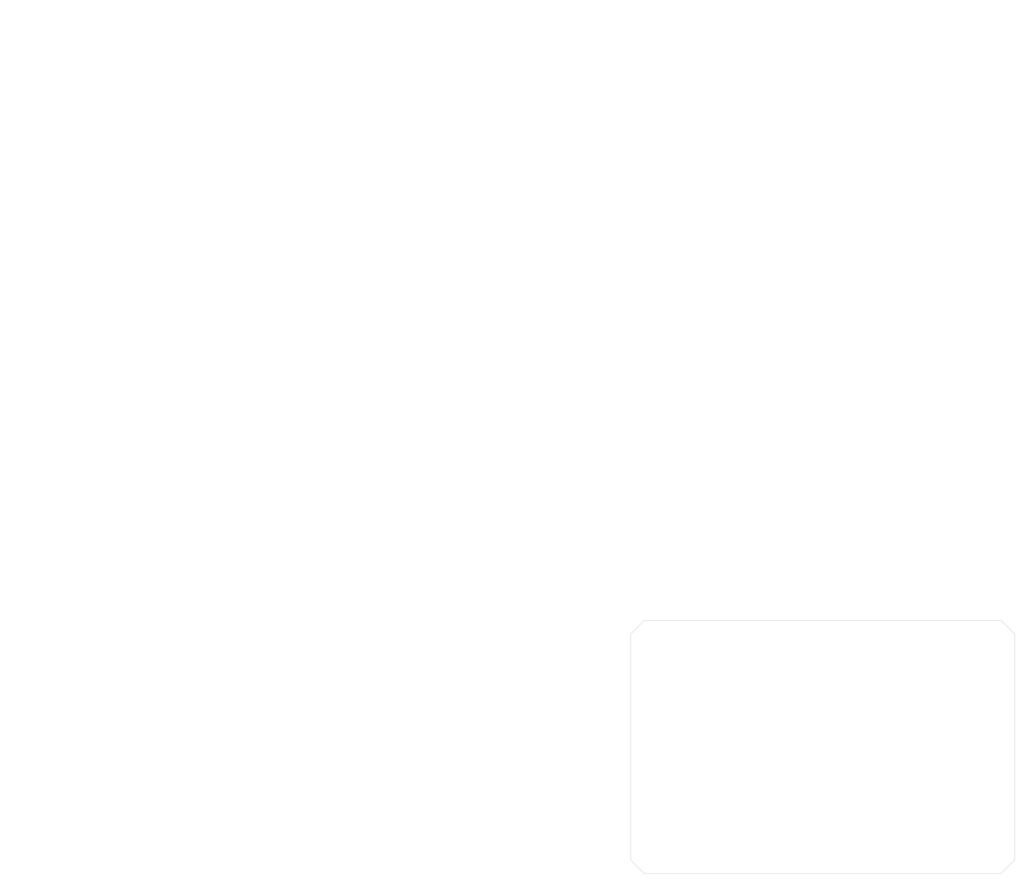
<source format=kicad_pcb>
(kicad_pcb (version 4) (host pcbnew 4.0.2-stable)
  (layers (0 F.Cu signal) (31 B.Cu signal) (34 B.Paste user) (35 F.Paste user) (36 B.SilkS user) (37 F.SilkS user) (38 B.Mask user) (39 F.Mask user) (44 Edge.Cuts user hide))
  (net 0 "")
  (gr_line (start 151.5011 105.0036) (end 230.5011 105.0036) (layer Edge.Cuts) (width 0.1))
  (gr_line (start 230.5011 105.0036) (end 233.5011 102.0036) (layer Edge.Cuts) (width 0.1))
  (gr_line (start 233.5011 102.0036) (end 233.5011 52.0036) (layer Edge.Cuts) (width 0.1))
  (gr_line (start 233.5011 52.0036) (end 230.5011 49.0036) (layer Edge.Cuts) (width 0.1))
  (gr_line (start 230.5011 49.0036) (end 151.5011 49.0036) (layer Edge.Cuts) (width 0.1))
  (gr_line (start 151.5011 49.0036) (end 148.5011 52.0036) (layer Edge.Cuts) (width 0.1))
  (gr_line (start 148.5011 52.0036) (end 148.5011 102.0036) (layer Edge.Cuts) (width 0.1))
  (gr_line (start 148.5011 102.0036) (end 151.5011 105.0036) (layer Edge.Cuts) (width 0.1))
)
</source>
